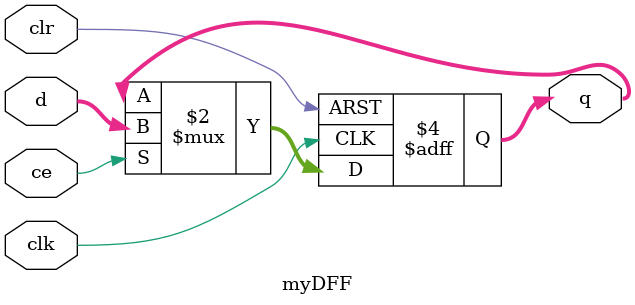
<source format=v>
`timescale 1ns / 1ps
module myDFF(clk,clr,d,q,ce);
    input            clk,clr,ce;
    input      [3:0] d;
    output reg [3:0] q;
    
    always@(posedge clr or posedge clk)
    begin 
        if(clr) q <= 0;
        else if (ce) q <= d;
    end
endmodule

</source>
